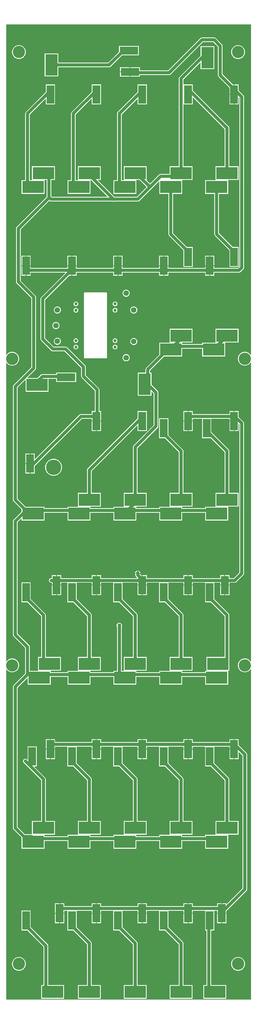
<source format=gtl>
%FSLAX44Y44*%
%MOMM*%
G71*
G01*
G75*
G04 Layer_Physical_Order=1*
G04 Layer_Color=255*
%ADD10R,6.0000X2.5000*%
%ADD11R,4.0000X6.9850*%
%ADD12R,2.5000X6.0000*%
%ADD13R,6.9850X4.0000*%
%ADD14C,1.0000*%
%ADD15C,0.2540*%
%ADD16C,5.0000*%
%ADD17C,1.0000*%
%ADD18C,1.8000*%
%ADD19C,4.0000*%
%ADD20C,1.2700*%
G36*
X810000Y2113045D02*
X808804Y2112617D01*
X806015Y2116015D01*
X802583Y2118832D01*
X798667Y2120925D01*
X794419Y2122214D01*
X790000Y2122649D01*
X785581Y2122214D01*
X781332Y2120925D01*
X777417Y2118832D01*
X773985Y2116015D01*
X771168Y2112583D01*
X769075Y2108667D01*
X767786Y2104419D01*
X767351Y2100000D01*
X767786Y2095581D01*
X769075Y2091333D01*
X771168Y2087417D01*
X773985Y2083985D01*
X777417Y2081168D01*
X781332Y2079075D01*
X785581Y2077786D01*
X790000Y2077351D01*
X794419Y2077786D01*
X798667Y2079075D01*
X802583Y2081168D01*
X806015Y2083985D01*
X808804Y2087383D01*
X810000Y2086955D01*
Y1113045D01*
X808804Y1112617D01*
X806015Y1116015D01*
X802583Y1118832D01*
X798667Y1120925D01*
X794419Y1122214D01*
X790000Y1122649D01*
X785581Y1122214D01*
X781332Y1120925D01*
X777417Y1118832D01*
X773985Y1116015D01*
X771168Y1112583D01*
X769075Y1108668D01*
X767786Y1104419D01*
X767351Y1100000D01*
X767786Y1095582D01*
X769075Y1091333D01*
X771168Y1087417D01*
X773985Y1083985D01*
X777417Y1081168D01*
X781332Y1079075D01*
X785581Y1077786D01*
X790000Y1077351D01*
X794419Y1077786D01*
X798667Y1079075D01*
X802583Y1081168D01*
X806015Y1083985D01*
X808804Y1087383D01*
X810000Y1086955D01*
Y10000D01*
X10000D01*
Y1086955D01*
X11196Y1087383D01*
X13985Y1083985D01*
X17417Y1081168D01*
X21332Y1079075D01*
X25581Y1077786D01*
X30000Y1077351D01*
X34418Y1077786D01*
X38667Y1079075D01*
X42583Y1081168D01*
X46015Y1083985D01*
X48832Y1087417D01*
X50925Y1091333D01*
X52214Y1095582D01*
X52649Y1100000D01*
X52214Y1104419D01*
X50925Y1108668D01*
X48832Y1112583D01*
X46015Y1116015D01*
X42583Y1118832D01*
X38667Y1120925D01*
X34418Y1122214D01*
X30000Y1122649D01*
X25581Y1122214D01*
X21332Y1120925D01*
X17417Y1118832D01*
X13985Y1116015D01*
X11196Y1112617D01*
X10000Y1113045D01*
Y2086955D01*
X11196Y2087383D01*
X13985Y2083985D01*
X17417Y2081168D01*
X21332Y2079075D01*
X25581Y2077786D01*
X30000Y2077351D01*
X34418Y2077786D01*
X38667Y2079075D01*
X42583Y2081168D01*
X46015Y2083985D01*
X48832Y2087417D01*
X50925Y2091333D01*
X52214Y2095581D01*
X52649Y2100000D01*
X52214Y2104419D01*
X50925Y2108667D01*
X48832Y2112583D01*
X46015Y2116015D01*
X42583Y2118832D01*
X38667Y2120925D01*
X34418Y2122214D01*
X30000Y2122649D01*
X25581Y2122214D01*
X21332Y2120925D01*
X17417Y2118832D01*
X13985Y2116015D01*
X11196Y2112617D01*
X10000Y2113045D01*
Y3190000D01*
X810000D01*
Y2113045D01*
D02*
G37*
%LPC*%
G36*
X303490Y1360510D02*
X289720D01*
Y1329240D01*
X303490D01*
Y1360510D01*
D02*
G37*
G36*
X189800D02*
X176030D01*
Y1329240D01*
X189800D01*
Y1360510D01*
D02*
G37*
G36*
X469800D02*
X456030D01*
Y1329240D01*
X469800D01*
Y1360510D01*
D02*
G37*
G36*
X453490D02*
X439720D01*
Y1329240D01*
X453490D01*
Y1360510D01*
D02*
G37*
G36*
X319800D02*
X306030D01*
Y1329240D01*
X319800D01*
Y1360510D01*
D02*
G37*
G36*
X619800Y825510D02*
X606030D01*
Y794240D01*
X619800D01*
Y825510D01*
D02*
G37*
G36*
X603490D02*
X589720D01*
Y794240D01*
X603490D01*
Y825510D01*
D02*
G37*
G36*
X469800D02*
X456030D01*
Y794240D01*
X469800D01*
Y825510D01*
D02*
G37*
G36*
X173490Y1360510D02*
X159720D01*
Y1329240D01*
X173490D01*
Y1360510D01*
D02*
G37*
G36*
X153490Y859320D02*
X139720D01*
Y828050D01*
X153490D01*
Y859320D01*
D02*
G37*
G36*
X753490Y825510D02*
X739720D01*
Y794240D01*
X753490D01*
Y825510D01*
D02*
G37*
G36*
X441270Y1408799D02*
Y1401270D01*
X448800D01*
X448661Y1402321D01*
X447765Y1404483D01*
X446340Y1406340D01*
X444483Y1407765D01*
X442321Y1408661D01*
X441270Y1408799D01*
D02*
G37*
G36*
X438730D02*
X437679Y1408661D01*
X435517Y1407765D01*
X433660Y1406340D01*
X432235Y1404483D01*
X431339Y1402321D01*
X431200Y1401270D01*
X438730D01*
Y1408799D01*
D02*
G37*
G36*
X165000Y1773625D02*
X160678Y1773285D01*
X156463Y1772273D01*
X152458Y1770614D01*
X148762Y1768349D01*
X145466Y1765534D01*
X142651Y1762238D01*
X140386Y1758542D01*
X138727Y1754537D01*
X137715Y1750322D01*
X137375Y1746000D01*
X137715Y1741678D01*
X138727Y1737463D01*
X140386Y1733458D01*
X142651Y1729762D01*
X145466Y1726466D01*
X148762Y1723651D01*
X152458Y1721386D01*
X156463Y1719727D01*
X160678Y1718715D01*
X165000Y1718375D01*
X169321Y1718715D01*
X173537Y1719727D01*
X177542Y1721386D01*
X181238Y1723651D01*
X184534Y1726466D01*
X187349Y1729762D01*
X189614Y1733458D01*
X191273Y1737463D01*
X192285Y1741678D01*
X192625Y1746000D01*
X192285Y1750322D01*
X191273Y1754537D01*
X189614Y1758542D01*
X187349Y1762238D01*
X184534Y1765534D01*
X181238Y1768349D01*
X177542Y1770614D01*
X173537Y1772273D01*
X169321Y1773285D01*
X165000Y1773625D01*
D02*
G37*
G36*
X86970Y1790760D02*
X73200D01*
Y1759490D01*
X86970D01*
Y1790760D01*
D02*
G37*
G36*
Y1756950D02*
X73200D01*
Y1725680D01*
X86970D01*
Y1756950D01*
D02*
G37*
G36*
X769800Y1929320D02*
X756030D01*
Y1896780D01*
Y1864240D01*
X769800D01*
Y1887106D01*
X770973Y1887592D01*
X772395Y1886170D01*
Y1402870D01*
X754150Y1384625D01*
X739800D01*
Y1394320D01*
X726030D01*
Y1363050D01*
X739800D01*
Y1369415D01*
X757300D01*
X759268Y1369674D01*
X759806Y1369897D01*
X761103Y1370434D01*
X762678Y1371642D01*
X785378Y1394342D01*
X786586Y1395918D01*
X787123Y1397214D01*
X787346Y1397752D01*
X787605Y1399720D01*
Y1889320D01*
X787346Y1891288D01*
X787123Y1891826D01*
X786586Y1893123D01*
X785378Y1894698D01*
X769800Y1910275D01*
Y1929320D01*
D02*
G37*
G36*
X619800Y1360510D02*
X606030D01*
Y1329240D01*
X619800D01*
Y1360510D01*
D02*
G37*
G36*
X603490D02*
X589720D01*
Y1329240D01*
X603490D01*
Y1360510D01*
D02*
G37*
G36*
X723490D02*
X709720D01*
Y1329240D01*
X723490D01*
Y1360510D01*
D02*
G37*
G36*
X173490Y1394320D02*
X159720D01*
Y1384625D01*
X157300D01*
X155332Y1384366D01*
X153497Y1383606D01*
X151922Y1382398D01*
X150714Y1380822D01*
X149954Y1378988D01*
X149695Y1377020D01*
X149954Y1375052D01*
X150714Y1373217D01*
X151922Y1371642D01*
X153497Y1370434D01*
X155332Y1369674D01*
X157300Y1369415D01*
X159720D01*
Y1363050D01*
X173490D01*
Y1394320D01*
D02*
G37*
G36*
X739800Y1360510D02*
X726030D01*
Y1329240D01*
X739800D01*
Y1360510D01*
D02*
G37*
G36*
X453490Y825510D02*
X439720D01*
Y794240D01*
X453490D01*
Y825510D01*
D02*
G37*
G36*
Y290510D02*
X439720D01*
Y259240D01*
X453490D01*
Y290510D01*
D02*
G37*
G36*
X319800D02*
X306030D01*
Y259240D01*
X319800D01*
Y290510D01*
D02*
G37*
G36*
X469800D02*
X456030D01*
Y259240D01*
X469800D01*
Y290510D01*
D02*
G37*
G36*
X619800D02*
X606030D01*
Y259240D01*
X619800D01*
Y290510D01*
D02*
G37*
G36*
X603490D02*
X589720D01*
Y259240D01*
X603490D01*
Y290510D01*
D02*
G37*
G36*
X303490D02*
X289720D01*
Y259240D01*
X303490D01*
Y290510D01*
D02*
G37*
G36*
X52000Y149149D02*
X47581Y148714D01*
X43333Y147425D01*
X39417Y145332D01*
X35985Y142515D01*
X33168Y139083D01*
X31075Y135167D01*
X29786Y130919D01*
X29351Y126500D01*
X29786Y122081D01*
X31075Y117833D01*
X33168Y113917D01*
X35985Y110485D01*
X39417Y107668D01*
X43333Y105575D01*
X47581Y104286D01*
X52000Y103851D01*
X56419Y104286D01*
X60667Y105575D01*
X64583Y107668D01*
X68015Y110485D01*
X70832Y113917D01*
X72925Y117833D01*
X74214Y122081D01*
X74649Y126500D01*
X74214Y130919D01*
X72925Y135167D01*
X70832Y139083D01*
X68015Y142515D01*
X64583Y145332D01*
X60667Y147425D01*
X56419Y148714D01*
X52000Y149149D01*
D02*
G37*
G36*
X90280Y300760D02*
X60200D01*
Y235680D01*
X79245D01*
X132395Y182530D01*
Y57780D01*
X124435D01*
Y26144D01*
X124295Y25080D01*
X124435Y24016D01*
Y12700D01*
X199365D01*
Y57780D01*
X147605D01*
Y185680D01*
X147346Y187648D01*
X147123Y188186D01*
X146586Y189483D01*
X145378Y191058D01*
X90280Y246155D01*
Y300760D01*
D02*
G37*
G36*
X768000Y149149D02*
X763581Y148714D01*
X759333Y147425D01*
X755417Y145332D01*
X751985Y142515D01*
X749168Y139083D01*
X747075Y135167D01*
X745786Y130919D01*
X745351Y126500D01*
X745786Y122081D01*
X747075Y117833D01*
X749168Y113917D01*
X751985Y110485D01*
X755417Y107668D01*
X759333Y105575D01*
X763581Y104286D01*
X768000Y103851D01*
X772419Y104286D01*
X776667Y105575D01*
X780583Y107668D01*
X784015Y110485D01*
X786832Y113917D01*
X788925Y117833D01*
X790214Y122081D01*
X790649Y126500D01*
X790214Y130919D01*
X788925Y135167D01*
X786832Y139083D01*
X784015Y142515D01*
X780583Y145332D01*
X776667Y147425D01*
X772419Y148714D01*
X768000Y149149D01*
D02*
G37*
G36*
X199800Y290510D02*
X186030D01*
Y259240D01*
X199800D01*
Y290510D01*
D02*
G37*
G36*
X183490D02*
X169720D01*
Y259240D01*
X183490D01*
Y290510D01*
D02*
G37*
G36*
X713490D02*
X699720D01*
Y259240D01*
X713490D01*
Y290510D01*
D02*
G37*
G36*
X153490Y825510D02*
X139720D01*
Y794240D01*
X153490D01*
Y825510D01*
D02*
G37*
G36*
X769800Y859320D02*
X756030D01*
Y826780D01*
Y794240D01*
X769800D01*
Y817105D01*
X770973Y817591D01*
X782395Y806170D01*
Y372870D01*
X730973Y321449D01*
X729800Y321935D01*
Y324320D01*
X716030D01*
Y293050D01*
X729800D01*
Y299894D01*
X729806Y299897D01*
X731103Y300434D01*
X732678Y301642D01*
X795378Y364342D01*
X796586Y365918D01*
X797123Y367215D01*
X797346Y367752D01*
X797605Y369720D01*
Y809320D01*
X797346Y811288D01*
X797123Y811826D01*
X796586Y813123D01*
X795378Y814698D01*
X769800Y840275D01*
Y859320D01*
D02*
G37*
G36*
X169800Y825510D02*
X156030D01*
Y794240D01*
X169800D01*
Y825510D01*
D02*
G37*
G36*
X319800D02*
X306030D01*
Y794240D01*
X319800D01*
Y825510D01*
D02*
G37*
G36*
X303490D02*
X289720D01*
Y794240D01*
X303490D01*
Y825510D01*
D02*
G37*
G36*
X713490Y324320D02*
X699720D01*
Y314625D01*
X619800D01*
Y324320D01*
X606030D01*
Y293050D01*
X619800D01*
Y299415D01*
X660200D01*
Y235680D01*
X665095D01*
Y57780D01*
X654435D01*
Y12700D01*
X729365D01*
Y57780D01*
X680305D01*
Y235680D01*
X690280D01*
Y299415D01*
X699720D01*
Y293050D01*
X713490D01*
Y324320D01*
D02*
G37*
G36*
X183490D02*
X169720D01*
Y293050D01*
X183490D01*
Y324320D01*
D02*
G37*
G36*
X729800Y290510D02*
X716030D01*
Y259240D01*
X729800D01*
Y290510D01*
D02*
G37*
G36*
X303490Y324320D02*
X289720D01*
Y314625D01*
X199800D01*
Y324320D01*
X186030D01*
Y293050D01*
X199800D01*
Y299415D01*
X210200D01*
Y235680D01*
X229245D01*
X274295Y190630D01*
Y57780D01*
X244435D01*
Y12700D01*
X319365D01*
Y57780D01*
X289505D01*
Y193780D01*
X289246Y195748D01*
X289023Y196286D01*
X288486Y197583D01*
X287278Y199158D01*
X240280Y246155D01*
Y299415D01*
X289720D01*
Y293050D01*
X303490D01*
Y324320D01*
D02*
G37*
G36*
X603490D02*
X589720D01*
Y314625D01*
X469800D01*
Y324320D01*
X456030D01*
Y293050D01*
X469800D01*
Y299415D01*
X510200D01*
Y235680D01*
X529245D01*
X574295Y190630D01*
Y57780D01*
X544435D01*
Y12700D01*
X619365D01*
Y57780D01*
X589505D01*
Y193780D01*
X589246Y195748D01*
X588801Y196823D01*
X588486Y197582D01*
X587278Y199158D01*
X540280Y246155D01*
Y299415D01*
X589720D01*
Y293050D01*
X603490D01*
Y324320D01*
D02*
G37*
G36*
X453490D02*
X439720D01*
Y314625D01*
X319800D01*
Y324320D01*
X306030D01*
Y293050D01*
X319800D01*
Y299415D01*
X360200D01*
Y235680D01*
X379245D01*
X424295Y190630D01*
Y57780D01*
X394435D01*
Y12700D01*
X469365D01*
Y57780D01*
X439505D01*
Y193780D01*
X439246Y195748D01*
X438801Y196823D01*
X438486Y197582D01*
X437278Y199158D01*
X390280Y246155D01*
Y299415D01*
X439720D01*
Y293050D01*
X453490D01*
Y324320D01*
D02*
G37*
G36*
X223970Y2435760D02*
X210200D01*
Y2404490D01*
X223970D01*
Y2435760D01*
D02*
G37*
G36*
X90280D02*
X76510D01*
Y2404490D01*
X90280D01*
Y2435760D01*
D02*
G37*
G36*
X240280D02*
X226510D01*
Y2404490D01*
X240280D01*
Y2435760D01*
D02*
G37*
G36*
X390280D02*
X376510D01*
Y2404490D01*
X390280D01*
Y2435760D01*
D02*
G37*
G36*
X373970D02*
X360200D01*
Y2404490D01*
X373970D01*
Y2435760D01*
D02*
G37*
G36*
X73970D02*
X60200D01*
Y2404490D01*
X73970D01*
Y2435760D01*
D02*
G37*
G36*
X373970Y2401950D02*
X360200D01*
Y2395585D01*
X240280D01*
Y2401950D01*
X226510D01*
Y2370680D01*
X240280D01*
Y2380375D01*
X360200D01*
Y2370680D01*
X373970D01*
Y2401950D01*
D02*
G37*
G36*
X223970D02*
X210200D01*
Y2395585D01*
X90280D01*
Y2401950D01*
X76510D01*
Y2370680D01*
X90280D01*
Y2380375D01*
X202680D01*
X203166Y2379202D01*
X124622Y2300658D01*
X123414Y2299082D01*
X122877Y2297785D01*
X122654Y2297248D01*
X122395Y2295280D01*
Y2164000D01*
X122654Y2162032D01*
X122877Y2161494D01*
X123414Y2160197D01*
X124622Y2158622D01*
X156947Y2126297D01*
X158523Y2125089D01*
X159819Y2124552D01*
X160357Y2124329D01*
X162325Y2124070D01*
X201175D01*
X255370Y2069875D01*
Y2043025D01*
X255629Y2041057D01*
X255852Y2040519D01*
X256389Y2039223D01*
X257597Y2037647D01*
X299695Y1995550D01*
Y1929320D01*
X289720D01*
Y1919625D01*
X254740D01*
X252772Y1919366D01*
X251697Y1918921D01*
X250938Y1918606D01*
X249362Y1917398D01*
X104453Y1772489D01*
X103280Y1772975D01*
Y1790760D01*
X89510D01*
Y1758220D01*
Y1725680D01*
X103280D01*
Y1749805D01*
X257890Y1904415D01*
X289720D01*
Y1898050D01*
X319800D01*
Y1929320D01*
X314905D01*
Y1998700D01*
X314646Y2000668D01*
X314266Y2001585D01*
X313886Y2002502D01*
X312678Y2004078D01*
X270580Y2046175D01*
Y2073025D01*
X270321Y2074993D01*
X269941Y2075910D01*
X269561Y2076828D01*
X268353Y2078403D01*
X209703Y2137053D01*
X208127Y2138261D01*
X206831Y2138798D01*
X206293Y2139021D01*
X204325Y2139280D01*
X165475D01*
X137605Y2167150D01*
Y2292130D01*
X216155Y2370680D01*
X223970D01*
Y2401950D01*
D02*
G37*
G36*
X523970D02*
X510200D01*
Y2395585D01*
X390280D01*
Y2401950D01*
X376510D01*
Y2370680D01*
X390280D01*
Y2380375D01*
X510200D01*
Y2370680D01*
X523970D01*
Y2401950D01*
D02*
G37*
G36*
X769800Y2994320D02*
X756030D01*
Y2961780D01*
Y2929240D01*
X769800D01*
Y2952105D01*
X770973Y2952592D01*
X772395Y2951170D01*
Y2400150D01*
X767830Y2395585D01*
X690280D01*
Y2401950D01*
X676510D01*
Y2370680D01*
X690280D01*
Y2380375D01*
X770980D01*
X772948Y2380634D01*
X773486Y2380857D01*
X774782Y2381394D01*
X776358Y2382602D01*
X785378Y2391622D01*
X786586Y2393197D01*
X786901Y2393957D01*
X787346Y2395032D01*
X787605Y2397000D01*
Y2954320D01*
X787346Y2956288D01*
X786901Y2957363D01*
X786586Y2958123D01*
X785378Y2959698D01*
X769800Y2975275D01*
Y2994320D01*
D02*
G37*
G36*
X673970Y2401950D02*
X660200D01*
Y2395585D01*
X540280D01*
Y2401950D01*
X526510D01*
Y2370680D01*
X540280D01*
Y2380375D01*
X660200D01*
Y2370680D01*
X673970D01*
Y2401950D01*
D02*
G37*
G36*
X523970Y2435760D02*
X510200D01*
Y2404490D01*
X523970D01*
Y2435760D01*
D02*
G37*
G36*
X690300Y3119365D02*
X645220D01*
Y3087813D01*
X644522Y3087278D01*
X576522Y3019278D01*
X575314Y3017703D01*
X574777Y3016406D01*
X574554Y3015868D01*
X574295Y3013900D01*
Y2727780D01*
X544435D01*
Y2702685D01*
X515080D01*
X513112Y2702426D01*
X512037Y2701981D01*
X511278Y2701666D01*
X509702Y2700457D01*
X480000Y2670755D01*
X468981Y2681774D01*
X469365Y2682700D01*
X469365D01*
X469365Y2682700D01*
Y2727780D01*
X394435D01*
Y2683198D01*
X394435Y2683198D01*
X394435D01*
X394435Y2682700D01*
X394035Y2682300D01*
X387605D01*
Y2896570D01*
X438547Y2947512D01*
X439720Y2947025D01*
Y2929240D01*
X469800D01*
Y2994320D01*
X439720D01*
Y2970195D01*
X374622Y2905098D01*
X373414Y2903523D01*
X372877Y2902226D01*
X372654Y2901689D01*
X372395Y2899720D01*
Y2682300D01*
X360635D01*
Y2637220D01*
X435565D01*
Y2681802D01*
X435565Y2681802D01*
X435565D01*
X435565Y2682300D01*
X435965Y2682700D01*
X446545D01*
X469245Y2660000D01*
X436850Y2627605D01*
X364130D01*
X310208Y2681527D01*
X310695Y2682700D01*
X319365D01*
Y2727780D01*
X244435D01*
Y2683198D01*
X244435Y2683198D01*
X244435D01*
X244435Y2682700D01*
X244035Y2682300D01*
X237605D01*
Y2896570D01*
X288547Y2947512D01*
X289720Y2947025D01*
Y2929240D01*
X319800D01*
Y2994320D01*
X289720D01*
Y2970195D01*
X224622Y2905098D01*
X223414Y2903523D01*
X222877Y2902226D01*
X222654Y2901689D01*
X222395Y2899720D01*
Y2682300D01*
X210635D01*
Y2637220D01*
X285565D01*
Y2681802D01*
X285565Y2681802D01*
X285565D01*
X285565Y2682300D01*
X285965Y2682700D01*
X287525D01*
X341446Y2628778D01*
X340960Y2627605D01*
X160150D01*
X157605Y2630150D01*
Y2682700D01*
X169365D01*
Y2727780D01*
X94435D01*
Y2683198D01*
X94435Y2683198D01*
X94435D01*
X94435Y2682700D01*
X94035Y2682300D01*
X87605D01*
Y2896570D01*
X138547Y2947512D01*
X139720Y2947025D01*
Y2929240D01*
X169800D01*
Y2994320D01*
X139720D01*
Y2970195D01*
X74622Y2905098D01*
X73414Y2903523D01*
X72877Y2902226D01*
X72654Y2901689D01*
X72395Y2899720D01*
Y2682300D01*
X60635D01*
Y2637220D01*
X135565D01*
Y2681802D01*
X135565Y2681802D01*
X135565D01*
X135565Y2682300D01*
X135965Y2682700D01*
X142395D01*
Y2628150D01*
X44622Y2530378D01*
X43414Y2528802D01*
X42877Y2527505D01*
X42654Y2526968D01*
X42395Y2525000D01*
Y2350743D01*
X42654Y2348775D01*
X42877Y2348237D01*
X43414Y2346940D01*
X44622Y2345365D01*
X92395Y2297593D01*
Y2072558D01*
X34622Y2014786D01*
X33414Y2013211D01*
X32877Y2011914D01*
X32654Y2011376D01*
X32395Y2009408D01*
Y1640000D01*
X32654Y1638032D01*
X32877Y1637494D01*
X33414Y1636198D01*
X34622Y1634622D01*
X60635Y1608610D01*
Y1601390D01*
X34622Y1575378D01*
X33414Y1573802D01*
X32877Y1572506D01*
X32654Y1571968D01*
X32395Y1570000D01*
Y1200000D01*
X32654Y1198032D01*
X32877Y1197495D01*
X33414Y1196198D01*
X34622Y1194622D01*
X72395Y1156850D01*
Y1073150D01*
X34622Y1035378D01*
X33414Y1033802D01*
X32877Y1032506D01*
X32654Y1031968D01*
X32395Y1030000D01*
Y570000D01*
X32654Y568032D01*
X32877Y567494D01*
X33414Y566198D01*
X34622Y564622D01*
X60635Y538610D01*
Y502220D01*
X135565D01*
Y527315D01*
X210635D01*
Y502220D01*
X285565D01*
Y527315D01*
X360635D01*
Y502220D01*
X435565D01*
Y527315D01*
X510635D01*
Y502220D01*
X585565D01*
Y527315D01*
X660635D01*
Y502220D01*
X735565D01*
Y546802D01*
X735565Y546802D01*
X735565D01*
X735565Y547300D01*
X735965Y547700D01*
X769365D01*
Y592780D01*
X739505D01*
Y728780D01*
X739246Y730748D01*
X738801Y731823D01*
X738486Y732582D01*
X737278Y734158D01*
X690280Y781155D01*
Y834415D01*
X739720D01*
Y828050D01*
X753490D01*
Y859320D01*
X739720D01*
Y849625D01*
X619800D01*
Y859320D01*
X606030D01*
Y828050D01*
X619800D01*
Y834415D01*
X660200D01*
Y770680D01*
X679245D01*
X724295Y725630D01*
Y592780D01*
X694435D01*
Y548198D01*
X694435Y548198D01*
X694435D01*
X694435Y547700D01*
X694035Y547300D01*
X660635D01*
Y542525D01*
X585565D01*
Y546802D01*
X585565Y546802D01*
X585565D01*
X585565Y547300D01*
X585965Y547700D01*
X619365D01*
Y592780D01*
X589505D01*
Y728780D01*
X589246Y730748D01*
X588801Y731823D01*
X588486Y732582D01*
X587278Y734158D01*
X540280Y781155D01*
Y834415D01*
X589720D01*
Y828050D01*
X603490D01*
Y859320D01*
X589720D01*
Y849625D01*
X469800D01*
Y859320D01*
X456030D01*
Y828050D01*
X469800D01*
Y834415D01*
X510200D01*
Y770680D01*
X529245D01*
X574295Y725630D01*
Y592780D01*
X544435D01*
Y548198D01*
X544435Y548198D01*
X544435D01*
X544435Y547700D01*
X544035Y547300D01*
X510635D01*
Y542525D01*
X435565D01*
Y546802D01*
X435565Y546802D01*
X435565D01*
X435565Y547300D01*
X435965Y547700D01*
X469365D01*
Y592780D01*
X439505D01*
Y728780D01*
X439246Y730748D01*
X438801Y731823D01*
X438486Y732582D01*
X437278Y734158D01*
X390280Y781155D01*
Y834415D01*
X439720D01*
Y828050D01*
X453490D01*
Y859320D01*
X439720D01*
Y849625D01*
X319800D01*
Y859320D01*
X306030D01*
Y828050D01*
X319800D01*
Y834415D01*
X360200D01*
Y770680D01*
X379245D01*
X424295Y725630D01*
Y592780D01*
X394435D01*
Y548198D01*
X394435Y548198D01*
X394435D01*
X394435Y547700D01*
X394035Y547300D01*
X360635D01*
Y542525D01*
X285565D01*
Y546802D01*
X285565Y546802D01*
X285565D01*
X285565Y547300D01*
X285965Y547700D01*
X319365D01*
Y592780D01*
X289505D01*
Y728780D01*
X289246Y730748D01*
X289023Y731286D01*
X288486Y732583D01*
X287278Y734158D01*
X240280Y781155D01*
Y834415D01*
X289720D01*
Y828050D01*
X303490D01*
Y859320D01*
X289720D01*
Y849625D01*
X169800D01*
Y859320D01*
X156030D01*
Y828050D01*
X169800D01*
Y834415D01*
X210200D01*
Y770680D01*
X229245D01*
X274295Y725630D01*
Y592780D01*
X244435D01*
Y548198D01*
X244435Y548198D01*
X244435D01*
X244435Y547700D01*
X244035Y547300D01*
X210635D01*
Y542525D01*
X135565D01*
Y547300D01*
D01*
Y547300D01*
X135965Y547700D01*
X169365D01*
Y592780D01*
X139505D01*
Y728780D01*
X139246Y730748D01*
X139023Y731286D01*
X138486Y732583D01*
X137278Y734158D01*
X101929Y769507D01*
X102415Y770680D01*
X110280D01*
Y835760D01*
X80200D01*
Y792895D01*
X79027Y792409D01*
X78078Y793358D01*
X76502Y794566D01*
X74668Y795326D01*
X72700Y795585D01*
X70732Y795326D01*
X68898Y794566D01*
X67322Y793358D01*
X66114Y791783D01*
X65354Y789948D01*
X65095Y787980D01*
X65354Y786012D01*
X66114Y784177D01*
X67322Y782602D01*
X124295Y725630D01*
Y592780D01*
X94435D01*
Y550156D01*
X93480Y549319D01*
X93165Y549360D01*
X71395D01*
X47605Y573150D01*
Y1026850D01*
X79462Y1058707D01*
X80635Y1058220D01*
Y1037220D01*
X155565D01*
Y1062315D01*
X210635D01*
Y1037220D01*
X285565D01*
Y1062315D01*
X360635D01*
Y1037220D01*
X435565D01*
Y1062315D01*
X510635D01*
Y1037220D01*
X585565D01*
Y1062315D01*
X660635D01*
Y1037220D01*
X735565D01*
Y1081802D01*
X735565Y1081802D01*
X735565D01*
X735565Y1082300D01*
X735965Y1082700D01*
X739365D01*
Y1094016D01*
X739505Y1095080D01*
Y1263780D01*
X739246Y1265748D01*
X738801Y1266823D01*
X738486Y1267582D01*
X737278Y1269158D01*
X690280Y1316155D01*
Y1369415D01*
X709720D01*
Y1363050D01*
X723490D01*
Y1394320D01*
X709720D01*
Y1384625D01*
X619800D01*
Y1394320D01*
X606030D01*
Y1363050D01*
X619800D01*
Y1369415D01*
X660200D01*
Y1305680D01*
X679245D01*
X724295Y1260630D01*
Y1127780D01*
X664435D01*
Y1083198D01*
X664435Y1083198D01*
X664435D01*
X664435Y1082700D01*
X664035Y1082300D01*
X660635D01*
Y1077525D01*
X585565D01*
Y1081802D01*
X585565Y1081802D01*
X585565D01*
X585565Y1082300D01*
X585965Y1082700D01*
X619365D01*
Y1127780D01*
X589505D01*
Y1263780D01*
X589246Y1265748D01*
X588801Y1266823D01*
X588486Y1267582D01*
X587278Y1269158D01*
X540280Y1316155D01*
Y1369415D01*
X589720D01*
Y1363050D01*
X603490D01*
Y1394320D01*
X589720D01*
Y1384625D01*
X469800D01*
Y1394320D01*
X456030D01*
Y1363050D01*
X469800D01*
Y1369415D01*
X510200D01*
Y1305680D01*
X529245D01*
X574295Y1260630D01*
Y1127780D01*
X544435D01*
Y1083198D01*
X544435Y1083198D01*
X544435D01*
X544435Y1082700D01*
X544035Y1082300D01*
X510635D01*
Y1077525D01*
X435565D01*
Y1081802D01*
X435565Y1081802D01*
X435565D01*
X435565Y1082300D01*
X435965Y1082700D01*
X469365D01*
Y1127780D01*
X439505D01*
Y1263780D01*
X439246Y1265748D01*
X438801Y1266823D01*
X438486Y1267582D01*
X437278Y1269158D01*
X390280Y1316155D01*
Y1369415D01*
X439720D01*
Y1363050D01*
X453490D01*
Y1394320D01*
X450755D01*
X448291Y1396785D01*
X448661Y1397679D01*
X448800Y1398730D01*
X431200D01*
X431339Y1397679D01*
X432235Y1395517D01*
X432395Y1395308D01*
Y1394320D01*
X432654Y1392352D01*
X432877Y1391814D01*
X433414Y1390517D01*
X434622Y1388942D01*
X437766Y1385798D01*
X437280Y1384625D01*
X319800D01*
Y1394320D01*
X306030D01*
Y1363050D01*
X319800D01*
Y1369415D01*
X360200D01*
Y1305680D01*
X379245D01*
X424295Y1260630D01*
Y1127780D01*
X394435D01*
Y1083198D01*
X394435Y1083198D01*
X394435D01*
X394435Y1082700D01*
X394035Y1082300D01*
X387605D01*
Y1225308D01*
X387765Y1225517D01*
X388661Y1227679D01*
X388967Y1230000D01*
X388661Y1232321D01*
X387765Y1234483D01*
X386340Y1236340D01*
X384483Y1237765D01*
X382321Y1238661D01*
X380000Y1238967D01*
X377679Y1238661D01*
X375517Y1237765D01*
X373660Y1236340D01*
X372235Y1234483D01*
X371339Y1232321D01*
X371033Y1230000D01*
X371339Y1227679D01*
X372235Y1225517D01*
X372395Y1225308D01*
Y1082300D01*
X360635D01*
Y1077525D01*
X285565D01*
Y1081802D01*
X285565Y1081802D01*
X285565D01*
X285565Y1082300D01*
X285965Y1082700D01*
X319365D01*
Y1127780D01*
X289505D01*
Y1263780D01*
X289246Y1265748D01*
X289023Y1266286D01*
X288486Y1267583D01*
X287278Y1269158D01*
X240280Y1316155D01*
Y1369415D01*
X289720D01*
Y1363050D01*
X303490D01*
Y1394320D01*
X289720D01*
Y1384625D01*
X189800D01*
Y1394320D01*
X176030D01*
Y1363050D01*
X189800D01*
Y1369415D01*
X210200D01*
Y1305680D01*
X229245D01*
X274295Y1260630D01*
Y1127780D01*
X244435D01*
Y1083198D01*
X244435Y1083198D01*
X244435D01*
X244435Y1082700D01*
X244035Y1082300D01*
X210635D01*
Y1077525D01*
X155565D01*
Y1081802D01*
X155565Y1081802D01*
X155565D01*
X155565Y1082300D01*
X155965Y1082700D01*
X189365D01*
Y1127780D01*
X139505D01*
Y1263780D01*
X139246Y1265748D01*
X139023Y1266286D01*
X138486Y1267583D01*
X137278Y1269158D01*
X90280Y1316155D01*
Y1370760D01*
X60200D01*
Y1305680D01*
X79245D01*
X124295Y1260630D01*
Y1127780D01*
X114435D01*
Y1083198D01*
X114435Y1083198D01*
X114435D01*
X114435Y1082700D01*
X114035Y1082300D01*
X87605D01*
Y1160000D01*
X87346Y1161968D01*
X87123Y1162506D01*
X86586Y1163802D01*
X85378Y1165378D01*
X47605Y1203150D01*
Y1566850D01*
X59462Y1578707D01*
X60635Y1578221D01*
Y1572220D01*
X135565D01*
Y1597315D01*
X210635D01*
Y1572220D01*
X285565D01*
Y1597315D01*
X360635D01*
Y1572220D01*
X435565D01*
Y1597315D01*
X510635D01*
Y1572220D01*
X585565D01*
Y1597315D01*
X660635D01*
Y1572220D01*
X735565D01*
Y1616802D01*
X735565Y1616802D01*
X735565D01*
X735565Y1617300D01*
X735965Y1617700D01*
X769365D01*
Y1662780D01*
X739505D01*
Y1798780D01*
X739246Y1800748D01*
X738801Y1801823D01*
X738486Y1802583D01*
X737278Y1804158D01*
X680280Y1861155D01*
Y1904415D01*
X739720D01*
Y1898050D01*
X753490D01*
Y1929320D01*
X739720D01*
Y1919625D01*
X619800D01*
Y1929320D01*
X606030D01*
Y1898050D01*
X619800D01*
Y1904415D01*
X650200D01*
Y1840680D01*
X679245D01*
X724295Y1795630D01*
Y1662780D01*
X694435D01*
Y1618198D01*
X694435Y1618198D01*
X694435D01*
X694435Y1617700D01*
X694035Y1617300D01*
X660635D01*
Y1612525D01*
X585565D01*
Y1616802D01*
X585565Y1616802D01*
X585565D01*
X585565Y1617300D01*
X585965Y1617700D01*
X619365D01*
Y1662780D01*
X589505D01*
Y1798780D01*
X589246Y1800748D01*
X588801Y1801823D01*
X588486Y1802583D01*
X587278Y1804158D01*
X540280Y1851155D01*
Y1905760D01*
X510200D01*
Y1840680D01*
X529245D01*
X574295Y1795630D01*
Y1662780D01*
X544435D01*
Y1618198D01*
X544435Y1618198D01*
X544435D01*
X544435Y1617700D01*
X544035Y1617300D01*
X510635D01*
Y1612525D01*
X435565D01*
Y1617300D01*
D01*
Y1617300D01*
X435965Y1617700D01*
X469365D01*
Y1662780D01*
X439505D01*
Y1808750D01*
X505378Y1874622D01*
X506586Y1876197D01*
X507123Y1877494D01*
X507346Y1878032D01*
X507605Y1880000D01*
Y1989820D01*
X507346Y1991788D01*
X506901Y1992863D01*
X506586Y1993623D01*
X505378Y1995198D01*
X485300Y2015275D01*
Y2054365D01*
X480525D01*
Y2061590D01*
X526155Y2107220D01*
X585565D01*
Y2132315D01*
X650635D01*
Y2107220D01*
X725565D01*
Y2152300D01*
D01*
Y2152300D01*
X725965Y2152700D01*
X769365D01*
Y2197780D01*
X694435D01*
Y2152700D01*
D01*
Y2152700D01*
X694035Y2152300D01*
X650635D01*
Y2147525D01*
X585565D01*
Y2152300D01*
D01*
Y2152300D01*
X585965Y2152700D01*
X619365D01*
Y2197780D01*
X544435D01*
Y2152700D01*
D01*
Y2152700D01*
X544035Y2152300D01*
X510635D01*
Y2113210D01*
X467542Y2070118D01*
X466334Y2068542D01*
X465797Y2067246D01*
X465574Y2066708D01*
X465315Y2064740D01*
Y2054365D01*
X440220D01*
Y1979435D01*
X485300D01*
Y1992106D01*
X486473Y1992592D01*
X492395Y1986670D01*
Y1883150D01*
X426522Y1817278D01*
X425314Y1815703D01*
X424777Y1814406D01*
X424554Y1813868D01*
X424295Y1811900D01*
Y1662780D01*
X394435D01*
Y1617700D01*
D01*
Y1617700D01*
X394035Y1617300D01*
X360635D01*
Y1612525D01*
X285565D01*
Y1616802D01*
X285565Y1616802D01*
X285565D01*
X285565Y1617300D01*
X285965Y1617700D01*
X319365D01*
Y1662780D01*
X289505D01*
Y1733470D01*
X438547Y1882511D01*
X439720Y1882025D01*
Y1864240D01*
X469800D01*
Y1929320D01*
X439720D01*
Y1905195D01*
X276522Y1741998D01*
X275314Y1740423D01*
X274777Y1739126D01*
X274554Y1738588D01*
X274295Y1736620D01*
Y1662780D01*
X244435D01*
Y1618198D01*
X244435Y1618198D01*
X244435D01*
X244435Y1617700D01*
X244035Y1617300D01*
X210635D01*
Y1612525D01*
X135565D01*
Y1617300D01*
X73455D01*
X47605Y1643150D01*
Y2006258D01*
X72462Y2031115D01*
X73635Y2030629D01*
Y1992220D01*
X148565D01*
Y2034695D01*
X173680D01*
Y2024720D01*
X238760D01*
Y2054800D01*
X173680D01*
Y2049905D01*
X128480D01*
X126512Y2049646D01*
X125595Y2049266D01*
X124677Y2048886D01*
X123102Y2047678D01*
X112725Y2037300D01*
X80306D01*
X79820Y2038473D01*
X105378Y2064030D01*
X106586Y2065606D01*
X106901Y2066365D01*
X107346Y2067440D01*
X107605Y2069408D01*
Y2300743D01*
X107346Y2302711D01*
X106901Y2303786D01*
X106586Y2304545D01*
X105378Y2306121D01*
X57605Y2353893D01*
Y2521850D01*
X151000Y2615245D01*
X151622Y2614622D01*
X153197Y2613414D01*
X154494Y2612877D01*
X155032Y2612654D01*
X157000Y2612395D01*
X358916D01*
X359522Y2612144D01*
X361490Y2611885D01*
X363458Y2612144D01*
X364064Y2612395D01*
X440000D01*
X440000D01*
D01*
X441968Y2612654D01*
X443802Y2613414D01*
X445378Y2614622D01*
X485378Y2654622D01*
X485378Y2654622D01*
X485378Y2654622D01*
X509462Y2678706D01*
X510635Y2678221D01*
Y2637220D01*
X540495D01*
Y2506220D01*
X540754Y2504252D01*
X540977Y2503714D01*
X541514Y2502417D01*
X542722Y2500842D01*
X589720Y2453845D01*
Y2399240D01*
X619800D01*
Y2464320D01*
X600755D01*
X555705Y2509370D01*
Y2637220D01*
X585565D01*
Y2682300D01*
D01*
Y2682300D01*
X585965Y2682700D01*
X619365D01*
Y2727780D01*
X589505D01*
Y2929025D01*
X589720Y2929240D01*
X590403Y2929240D01*
X590403Y2929240D01*
Y2929240D01*
X619800D01*
Y2952105D01*
X620973Y2952592D01*
X724295Y2849270D01*
Y2727780D01*
X694435D01*
Y2683198D01*
X694435Y2683198D01*
X694435D01*
X694435Y2682700D01*
X694035Y2682300D01*
X660635D01*
Y2637220D01*
X690495D01*
Y2506220D01*
X690754Y2504252D01*
X690977Y2503714D01*
X691514Y2502417D01*
X692722Y2500842D01*
X739720Y2453845D01*
Y2399240D01*
X769800D01*
Y2464320D01*
X750755D01*
X705705Y2509370D01*
Y2637220D01*
X735565D01*
Y2681802D01*
X735565Y2681802D01*
X735565D01*
X735565Y2682300D01*
X735965Y2682700D01*
X769365D01*
Y2727780D01*
X739505D01*
Y2852420D01*
X739246Y2854388D01*
X739023Y2854926D01*
X738486Y2856223D01*
X737278Y2857798D01*
X619800Y2975275D01*
Y2994320D01*
X590403D01*
X590403Y2994320D01*
Y2994320D01*
X589720Y2994320D01*
X589505Y2994535D01*
Y3010750D01*
X644047Y3065291D01*
X645220Y3064806D01*
Y3044435D01*
X690300D01*
Y3119365D01*
D02*
G37*
G36*
X413510Y3050280D02*
X382240D01*
Y3036510D01*
X413510D01*
Y3050280D01*
D02*
G37*
G36*
X443760Y3119800D02*
X378680D01*
Y3100755D01*
X343630Y3065705D01*
X180780D01*
Y3095565D01*
X135700D01*
Y3020635D01*
X180780D01*
Y3050495D01*
X346780D01*
X348748Y3050754D01*
X349286Y3050977D01*
X350583Y3051514D01*
X352158Y3052722D01*
X389155Y3089720D01*
X443760D01*
Y3119800D01*
D02*
G37*
G36*
X768000Y3122649D02*
X763581Y3122214D01*
X759333Y3120925D01*
X755417Y3118832D01*
X751985Y3116016D01*
X749168Y3112583D01*
X747075Y3108668D01*
X745786Y3104419D01*
X745351Y3100000D01*
X745786Y3095582D01*
X747075Y3091333D01*
X749168Y3087417D01*
X751985Y3083985D01*
X755417Y3081168D01*
X759333Y3079075D01*
X763581Y3077786D01*
X768000Y3077351D01*
X772419Y3077786D01*
X776667Y3079075D01*
X780583Y3081168D01*
X784015Y3083985D01*
X786832Y3087417D01*
X788925Y3091333D01*
X790214Y3095582D01*
X790649Y3100000D01*
X790214Y3104419D01*
X788925Y3108668D01*
X786832Y3112583D01*
X784015Y3116016D01*
X780583Y3118832D01*
X776667Y3120925D01*
X772419Y3122214D01*
X768000Y3122649D01*
D02*
G37*
G36*
X52000D02*
X47581Y3122214D01*
X43333Y3120925D01*
X39417Y3118832D01*
X35985Y3116016D01*
X33168Y3112583D01*
X31075Y3108668D01*
X29786Y3104419D01*
X29351Y3100000D01*
X29786Y3095582D01*
X31075Y3091333D01*
X33168Y3087417D01*
X35985Y3083985D01*
X39417Y3081168D01*
X43333Y3079075D01*
X47581Y3077786D01*
X52000Y3077351D01*
X56419Y3077786D01*
X60667Y3079075D01*
X64583Y3081168D01*
X68015Y3083985D01*
X70832Y3087417D01*
X72925Y3091333D01*
X74214Y3095582D01*
X74649Y3100000D01*
X74214Y3104419D01*
X72925Y3108668D01*
X70832Y3112583D01*
X68015Y3116016D01*
X64583Y3118832D01*
X60667Y3120925D01*
X56419Y3122214D01*
X52000Y3122649D01*
D02*
G37*
G36*
X413510Y3033970D02*
X382240D01*
Y3020200D01*
X413510D01*
Y3033970D01*
D02*
G37*
G36*
X673970Y2435760D02*
X660200D01*
Y2404490D01*
X673970D01*
Y2435760D01*
D02*
G37*
G36*
X540280D02*
X526510D01*
Y2404490D01*
X540280D01*
Y2435760D01*
D02*
G37*
G36*
X690280D02*
X676510D01*
Y2404490D01*
X690280D01*
Y2435760D01*
D02*
G37*
G36*
X690000Y3147605D02*
X650000D01*
X648032Y3147346D01*
X647272Y3147031D01*
X646198Y3146586D01*
X644622Y3145378D01*
X539550Y3040305D01*
X447320D01*
Y3050280D01*
X416050D01*
Y3035240D01*
Y3020200D01*
X447320D01*
Y3025095D01*
X542700D01*
X544668Y3025354D01*
X545206Y3025576D01*
X546502Y3026114D01*
X548078Y3027322D01*
X653150Y3132395D01*
X686850D01*
X702395Y3116850D01*
Y3024320D01*
X702654Y3022352D01*
X702877Y3021815D01*
X703414Y3020518D01*
X704622Y3018942D01*
X739720Y2983845D01*
Y2963050D01*
X753490D01*
Y2994320D01*
X750755D01*
X717605Y3027470D01*
Y3120000D01*
X717346Y3121968D01*
X717123Y3122505D01*
X716586Y3123802D01*
X715378Y3125378D01*
X695378Y3145378D01*
X693802Y3146586D01*
X692505Y3147123D01*
X691968Y3147346D01*
X690000Y3147605D01*
D02*
G37*
G36*
X753490Y2960510D02*
X739720D01*
Y2929240D01*
X753490D01*
Y2960510D01*
D02*
G37*
G36*
X337206Y2316404D02*
X267206D01*
X266215Y2316207D01*
X265375Y2315645D01*
X264813Y2314805D01*
X264616Y2313814D01*
Y2103814D01*
X264813Y2102823D01*
X265375Y2101983D01*
X266215Y2101421D01*
X267206Y2101224D01*
X337206D01*
X338197Y2101421D01*
X339037Y2101983D01*
X339599Y2102823D01*
X339796Y2103814D01*
Y2313814D01*
X339599Y2314805D01*
X339037Y2315645D01*
X338197Y2316207D01*
X337206Y2316404D01*
D02*
G37*
G36*
X402148Y2114901D02*
X399135Y2114504D01*
X396328Y2113341D01*
X393918Y2111491D01*
X392068Y2109081D01*
X390905Y2106273D01*
X390508Y2103261D01*
X390905Y2100248D01*
X392068Y2097441D01*
X393918Y2095031D01*
X396328Y2093181D01*
X399135Y2092018D01*
X402148Y2091621D01*
X405160Y2092018D01*
X407968Y2093181D01*
X410378Y2095031D01*
X412228Y2097441D01*
X413391Y2100248D01*
X413787Y2103261D01*
X413391Y2106273D01*
X412228Y2109081D01*
X410378Y2111491D01*
X407968Y2113341D01*
X405160Y2114504D01*
X402148Y2114901D01*
D02*
G37*
G36*
X238052Y2145738D02*
X236084Y2145479D01*
X234249Y2144719D01*
X232674Y2143510D01*
X231466Y2141935D01*
X230706Y2140101D01*
X230447Y2138133D01*
X230706Y2136165D01*
X231466Y2134330D01*
X232674Y2132755D01*
X234249Y2131547D01*
X236084Y2130787D01*
X238052Y2130528D01*
X240020Y2130787D01*
X241854Y2131547D01*
X243430Y2132755D01*
X244638Y2134330D01*
X245398Y2136165D01*
X245657Y2138133D01*
X245398Y2140101D01*
X244638Y2141935D01*
X243430Y2143510D01*
X241854Y2144719D01*
X240020Y2145479D01*
X238052Y2145738D01*
D02*
G37*
G36*
X427205Y2167637D02*
X424192Y2167241D01*
X421385Y2166078D01*
X418974Y2164228D01*
X417125Y2161818D01*
X415962Y2159010D01*
X415565Y2155998D01*
X415962Y2152985D01*
X417125Y2150178D01*
X418974Y2147767D01*
X421385Y2145918D01*
X424192Y2144755D01*
X427205Y2144358D01*
X430218Y2144755D01*
X433025Y2145918D01*
X435435Y2147767D01*
X437285Y2150178D01*
X438448Y2152985D01*
X438844Y2155998D01*
X438448Y2159010D01*
X437285Y2161818D01*
X435435Y2164228D01*
X433025Y2166078D01*
X430218Y2167241D01*
X427205Y2167637D01*
D02*
G37*
G36*
X366052Y2145738D02*
X364084Y2145479D01*
X362249Y2144719D01*
X360674Y2143510D01*
X359466Y2141935D01*
X358706Y2140101D01*
X358447Y2138133D01*
X358706Y2136165D01*
X359466Y2134330D01*
X360674Y2132755D01*
X362249Y2131547D01*
X364084Y2130787D01*
X366052Y2130528D01*
X368020Y2130787D01*
X369855Y2131547D01*
X371430Y2132755D01*
X372638Y2134330D01*
X373398Y2136165D01*
X373657Y2138133D01*
X373398Y2140101D01*
X372638Y2141935D01*
X371430Y2143510D01*
X369855Y2144719D01*
X368020Y2145479D01*
X366052Y2145738D01*
D02*
G37*
G36*
X603490Y1929320D02*
X589720D01*
Y1898050D01*
X603490D01*
Y1929320D01*
D02*
G37*
G36*
X319800Y1895510D02*
X306030D01*
Y1864240D01*
X319800D01*
Y1895510D01*
D02*
G37*
G36*
X303490D02*
X289720D01*
Y1864240D01*
X303490D01*
Y1895510D01*
D02*
G37*
G36*
X603490D02*
X589720D01*
Y1864240D01*
X603490D01*
Y1895510D01*
D02*
G37*
G36*
X753490D02*
X739720D01*
Y1864240D01*
X753490D01*
Y1895510D01*
D02*
G37*
G36*
X619800D02*
X606030D01*
Y1864240D01*
X619800D01*
Y1895510D01*
D02*
G37*
G36*
X177475Y2168546D02*
X174462Y2168150D01*
X171655Y2166987D01*
X169245Y2165137D01*
X167395Y2162727D01*
X166232Y2159919D01*
X165835Y2156907D01*
X166232Y2153894D01*
X167395Y2151087D01*
X169245Y2148677D01*
X171655Y2146827D01*
X174462Y2145664D01*
X177475Y2145267D01*
X180487Y2145664D01*
X183295Y2146827D01*
X185705Y2148677D01*
X187555Y2151087D01*
X188718Y2153894D01*
X189115Y2156907D01*
X188718Y2159919D01*
X187555Y2162727D01*
X185705Y2165137D01*
X183295Y2166987D01*
X180487Y2168150D01*
X177475Y2168546D01*
D02*
G37*
G36*
X238052Y2286390D02*
X236084Y2286131D01*
X234249Y2285371D01*
X232674Y2284162D01*
X231466Y2282587D01*
X230706Y2280753D01*
X230447Y2278785D01*
X230706Y2276817D01*
X231466Y2274982D01*
X232674Y2273407D01*
X234249Y2272199D01*
X236084Y2271439D01*
X238052Y2271180D01*
X240020Y2271439D01*
X241854Y2272199D01*
X243430Y2273407D01*
X244638Y2274982D01*
X245398Y2276817D01*
X245657Y2278785D01*
X245398Y2280753D01*
X244638Y2282587D01*
X243430Y2284162D01*
X241854Y2285371D01*
X240020Y2286131D01*
X238052Y2286390D01*
D02*
G37*
G36*
X366052Y2265738D02*
X364084Y2265479D01*
X362249Y2264719D01*
X360674Y2263510D01*
X359466Y2261935D01*
X358706Y2260101D01*
X358447Y2258133D01*
X358706Y2256165D01*
X359466Y2254330D01*
X360674Y2252755D01*
X362249Y2251547D01*
X364084Y2250787D01*
X366052Y2250528D01*
X368020Y2250787D01*
X369855Y2251547D01*
X371430Y2252755D01*
X372638Y2254330D01*
X373398Y2256165D01*
X373657Y2258133D01*
X373398Y2260101D01*
X372638Y2261935D01*
X371430Y2263510D01*
X369855Y2264719D01*
X368020Y2265479D01*
X366052Y2265738D01*
D02*
G37*
G36*
Y2286494D02*
X364084Y2286235D01*
X362249Y2285475D01*
X360674Y2284267D01*
X359466Y2282691D01*
X358706Y2280857D01*
X358447Y2278889D01*
X358706Y2276921D01*
X359466Y2275086D01*
X360674Y2273511D01*
X362249Y2272303D01*
X364084Y2271543D01*
X366052Y2271284D01*
X368020Y2271543D01*
X369855Y2272303D01*
X371430Y2273511D01*
X372638Y2275086D01*
X373398Y2276921D01*
X373657Y2278889D01*
X373398Y2280857D01*
X372638Y2282691D01*
X371430Y2284267D01*
X369855Y2285475D01*
X368020Y2286235D01*
X366052Y2286494D01*
D02*
G37*
G36*
X73970Y2401950D02*
X60200D01*
Y2370680D01*
X73970D01*
Y2401950D01*
D02*
G37*
G36*
X402148Y2325123D02*
X399135Y2324727D01*
X396328Y2323564D01*
X393918Y2321714D01*
X392068Y2319304D01*
X390905Y2316496D01*
X390508Y2313484D01*
X390905Y2310471D01*
X392068Y2307664D01*
X393918Y2305253D01*
X396328Y2303404D01*
X399135Y2302241D01*
X402148Y2301844D01*
X405160Y2302241D01*
X407968Y2303404D01*
X410378Y2305253D01*
X412228Y2307664D01*
X413391Y2310471D01*
X413787Y2313484D01*
X413391Y2316496D01*
X412228Y2319304D01*
X410378Y2321714D01*
X407968Y2323564D01*
X405160Y2324727D01*
X402148Y2325123D01*
D02*
G37*
G36*
X238052Y2265634D02*
X236084Y2265375D01*
X234249Y2264615D01*
X232674Y2263407D01*
X231466Y2261832D01*
X230706Y2259997D01*
X230447Y2258029D01*
X230706Y2256061D01*
X231466Y2254227D01*
X232674Y2252652D01*
X234249Y2251443D01*
X236084Y2250683D01*
X238052Y2250424D01*
X240020Y2250683D01*
X241854Y2251443D01*
X243430Y2252652D01*
X244638Y2254227D01*
X245398Y2256061D01*
X245657Y2258029D01*
X245398Y2259997D01*
X244638Y2261832D01*
X243430Y2263407D01*
X241854Y2264615D01*
X240020Y2265375D01*
X238052Y2265634D01*
D02*
G37*
G36*
X366052Y2166494D02*
X364084Y2166235D01*
X362249Y2165475D01*
X360674Y2164267D01*
X359466Y2162691D01*
X358706Y2160857D01*
X358447Y2158889D01*
X358706Y2156921D01*
X359466Y2155086D01*
X360674Y2153511D01*
X362249Y2152303D01*
X364084Y2151543D01*
X366052Y2151284D01*
X368020Y2151543D01*
X369855Y2152303D01*
X371430Y2153511D01*
X372638Y2155086D01*
X373398Y2156921D01*
X373657Y2158889D01*
X373398Y2160857D01*
X372638Y2162691D01*
X371430Y2164267D01*
X369855Y2165475D01*
X368020Y2166235D01*
X366052Y2166494D01*
D02*
G37*
G36*
X238052D02*
X236084Y2166235D01*
X234249Y2165475D01*
X232674Y2164267D01*
X231466Y2162691D01*
X230706Y2160857D01*
X230447Y2158889D01*
X230706Y2156921D01*
X231466Y2155086D01*
X232674Y2153511D01*
X234249Y2152303D01*
X236084Y2151543D01*
X238052Y2151284D01*
X240020Y2151543D01*
X241854Y2152303D01*
X243430Y2153511D01*
X244638Y2155086D01*
X245398Y2156921D01*
X245657Y2158889D01*
X245398Y2160857D01*
X244638Y2162691D01*
X243430Y2164267D01*
X241854Y2165475D01*
X240020Y2166235D01*
X238052Y2166494D01*
D02*
G37*
G36*
X172771Y2219768D02*
X169758Y2219371D01*
X166951Y2218208D01*
X164541Y2216358D01*
X162691Y2213948D01*
X161528Y2211140D01*
X161131Y2208128D01*
X161528Y2205116D01*
X162691Y2202308D01*
X164541Y2199898D01*
X166951Y2198048D01*
X169758Y2196885D01*
X172771Y2196488D01*
X175784Y2196885D01*
X178591Y2198048D01*
X181001Y2199898D01*
X182851Y2202308D01*
X184014Y2205116D01*
X184411Y2208128D01*
X184014Y2211140D01*
X182851Y2213948D01*
X181001Y2216358D01*
X178591Y2218208D01*
X175784Y2219371D01*
X172771Y2219768D01*
D02*
G37*
G36*
X427205Y2270641D02*
X424192Y2270244D01*
X421385Y2269081D01*
X418974Y2267231D01*
X417125Y2264821D01*
X415962Y2262014D01*
X415565Y2259001D01*
X415962Y2255988D01*
X417125Y2253181D01*
X418974Y2250771D01*
X421385Y2248921D01*
X424192Y2247758D01*
X427205Y2247361D01*
X430218Y2247758D01*
X433025Y2248921D01*
X435435Y2250771D01*
X437285Y2253181D01*
X438448Y2255988D01*
X438844Y2259001D01*
X438448Y2262014D01*
X437285Y2264821D01*
X435435Y2267231D01*
X433025Y2269081D01*
X430218Y2270244D01*
X427205Y2270641D01*
D02*
G37*
G36*
X177475Y2270546D02*
X174462Y2270150D01*
X171655Y2268987D01*
X169245Y2267137D01*
X167395Y2264727D01*
X166232Y2261919D01*
X165835Y2258907D01*
X166232Y2255894D01*
X167395Y2253087D01*
X169245Y2250676D01*
X171655Y2248827D01*
X174462Y2247664D01*
X177475Y2247267D01*
X180487Y2247664D01*
X183295Y2248827D01*
X185705Y2250676D01*
X187555Y2253087D01*
X188718Y2255894D01*
X189115Y2258907D01*
X188718Y2261919D01*
X187555Y2264727D01*
X185705Y2267137D01*
X183295Y2268987D01*
X180487Y2270150D01*
X177475Y2270546D01*
D02*
G37*
%LPD*%
D10*
X414780Y3035240D02*
D03*
X411220Y3104760D02*
D03*
X206220Y2039760D02*
D03*
D11*
X158240Y3058100D02*
D03*
X667760Y3081900D02*
D03*
X462760Y2016900D02*
D03*
D12*
X754760Y2961780D02*
D03*
X604760D02*
D03*
X454760D02*
D03*
X304760D02*
D03*
X154760D02*
D03*
X75240Y2403220D02*
D03*
X225240D02*
D03*
X375240D02*
D03*
X525240D02*
D03*
X675240D02*
D03*
X754760Y2431780D02*
D03*
X604760D02*
D03*
X525240Y1873220D02*
D03*
X665240D02*
D03*
X754760Y1896780D02*
D03*
X604760D02*
D03*
X454760D02*
D03*
X304760D02*
D03*
X88240Y1758220D02*
D03*
X75240Y1338220D02*
D03*
X225240D02*
D03*
X375240D02*
D03*
X525240D02*
D03*
X675240D02*
D03*
X724760Y1361780D02*
D03*
X604760D02*
D03*
X454760D02*
D03*
X304760D02*
D03*
X174760D02*
D03*
X95240Y803220D02*
D03*
X225240D02*
D03*
X375240D02*
D03*
X525240D02*
D03*
X675240D02*
D03*
X754760Y826780D02*
D03*
X604760D02*
D03*
X454760D02*
D03*
X304760D02*
D03*
X154760D02*
D03*
X75240Y268220D02*
D03*
X225240D02*
D03*
X375240D02*
D03*
X525240D02*
D03*
X675240D02*
D03*
X714760Y291780D02*
D03*
X604760D02*
D03*
X454760D02*
D03*
X304760D02*
D03*
X184760D02*
D03*
D13*
X731900Y2705240D02*
D03*
X581900D02*
D03*
X431900D02*
D03*
X281900D02*
D03*
X131900D02*
D03*
X98100Y2659760D02*
D03*
X248100D02*
D03*
X398100D02*
D03*
X548100D02*
D03*
X698100D02*
D03*
X731900Y2175240D02*
D03*
X581900D02*
D03*
X548100Y2129760D02*
D03*
X688100D02*
D03*
X731900Y1640240D02*
D03*
X581900D02*
D03*
X431900D02*
D03*
X281900D02*
D03*
X111100Y2014760D02*
D03*
X98100Y1594760D02*
D03*
X248100D02*
D03*
X398100D02*
D03*
X548100D02*
D03*
X698100D02*
D03*
X701900Y1105240D02*
D03*
X581900D02*
D03*
X431900D02*
D03*
X281900D02*
D03*
X151900D02*
D03*
X118100Y1059760D02*
D03*
X248100D02*
D03*
X398100D02*
D03*
X548100D02*
D03*
X698100D02*
D03*
X731900Y570240D02*
D03*
X581900D02*
D03*
X431900D02*
D03*
X281900D02*
D03*
X131900D02*
D03*
X98100Y524760D02*
D03*
X248100D02*
D03*
X398100D02*
D03*
X548100D02*
D03*
X698100D02*
D03*
X691900Y35240D02*
D03*
X581900D02*
D03*
X431900D02*
D03*
X281900D02*
D03*
X161900D02*
D03*
D14*
X79920Y1069920D02*
X80000Y1069840D01*
Y1160000D01*
X72700Y252980D02*
X140000Y185680D01*
Y33180D02*
Y185680D01*
X131900Y25080D02*
X140000Y33180D01*
X790000Y369720D02*
Y809320D01*
X672700Y54280D02*
Y252980D01*
X710000Y3024320D02*
X780000Y2954320D01*
X40000Y2009408D02*
X100000Y2069408D01*
X40000Y1640000D02*
Y2009408D01*
Y1640000D02*
X75080Y1604920D01*
X40000Y1570000D02*
X73020Y1603020D01*
X40000Y1200000D02*
Y1570000D01*
Y1200000D02*
X80000Y1160000D01*
X672700Y2387980D02*
X742020D01*
X670000Y250280D02*
X672700Y252980D01*
X440000Y1394320D02*
X457300Y1377020D01*
X440000Y1394320D02*
Y1400000D01*
X380000Y1080000D02*
Y1228100D01*
X710000Y3024320D02*
Y3120000D01*
X690000Y3140000D02*
X710000Y3120000D01*
X650000Y3140000D02*
X690000D01*
X100000Y2069408D02*
Y2300743D01*
X50000Y2350743D02*
X100000Y2300743D01*
X380000Y2669920D02*
Y2899720D01*
X457300Y2977020D01*
X80000Y2669920D02*
Y2899720D01*
X157300Y2977020D01*
X230000Y2899720D02*
X307300Y2977020D01*
X230000Y2679920D02*
Y2899720D01*
X542700Y3032700D02*
X650000Y3140000D01*
X430020Y3032700D02*
X542700D01*
X444920Y2695080D02*
X480000Y2660000D01*
X431900Y2695080D02*
X444920D01*
X440000Y2620000D02*
X515080Y2695080D01*
X581900D01*
X75080Y1604920D02*
X98100D01*
X500000Y1880000D02*
Y1989820D01*
X431900Y1811900D02*
X500000Y1880000D01*
X431900Y1630080D02*
Y1811900D01*
X472920Y2016900D02*
X500000Y1989820D01*
X757300Y1912020D02*
X780000Y1889320D01*
Y1399720D02*
Y1889320D01*
X757300Y1377020D02*
X780000Y1399720D01*
X73020Y1603020D02*
X98100D01*
X40000Y1030000D02*
X79920Y1069920D01*
X40000Y570000D02*
Y1030000D01*
Y570000D02*
X68245Y541755D01*
X93165D01*
X757300Y842020D02*
X790000Y809320D01*
X93165Y541755D02*
X100000Y534920D01*
X346780Y3058100D02*
X395980Y3107300D01*
X148080Y3058100D02*
X346780D01*
X607300Y2977020D02*
X731900Y2852420D01*
Y2695080D02*
Y2852420D01*
X289900Y2691080D02*
X361490Y2619490D01*
X698100Y2506220D02*
X757300Y2447020D01*
X698100Y2506220D02*
Y2669920D01*
X548100Y2506220D02*
X607300Y2447020D01*
X548100Y2506220D02*
Y2669920D01*
X222700Y2387980D02*
X672700D01*
X72700D02*
X222700D01*
X607300Y1912020D02*
X757300D01*
X556740Y2139920D02*
X698100D01*
X556740D02*
X581900Y2165080D01*
X548100Y2139920D02*
X556740D01*
X698100D02*
X723260Y2165080D01*
X472920Y2064740D02*
X548100Y2139920D01*
X472920Y2016900D02*
Y2064740D01*
X111100Y2024920D02*
X128480Y2042300D01*
X190980D01*
X406740Y1604920D02*
X431900Y1630080D01*
X100000Y1604920D02*
X406740D01*
X281900Y1736620D02*
X457300Y1912020D01*
X281900Y1630080D02*
Y1736620D01*
X254740Y1912020D02*
X307300D01*
X85700Y1742980D02*
X254740Y1912020D01*
X672680Y1858000D02*
X731900Y1798780D01*
Y1630080D02*
Y1798780D01*
X522700Y1857980D02*
X581900Y1798780D01*
Y1630080D02*
Y1798780D01*
X406740Y1604920D02*
X698100D01*
X457300Y1377020D02*
X757300D01*
X157300D02*
X457300D01*
X72700Y1322980D02*
X131900Y1263780D01*
Y1095080D02*
Y1263780D01*
X222700Y1322980D02*
X281900Y1263780D01*
Y1095080D02*
Y1263780D01*
X372700Y1322980D02*
X431900Y1263780D01*
Y1095080D02*
Y1263780D01*
X522700Y1322980D02*
X581900Y1263780D01*
Y1095080D02*
Y1263780D01*
X672700Y1322980D02*
X731900Y1263780D01*
Y1095080D02*
Y1263780D01*
X398100Y1069920D02*
X698100D01*
X98100D02*
X398100D01*
X157300Y842020D02*
X757300D01*
X672700Y787980D02*
X731900Y728780D01*
Y560080D02*
Y728780D01*
X522700Y787980D02*
X581900Y728780D01*
Y560080D02*
Y728780D01*
X372700Y787980D02*
X431900Y728780D01*
Y560080D02*
Y728780D01*
X222700Y787980D02*
X281900Y728780D01*
Y560080D02*
Y728780D01*
X72700Y787980D02*
X131900Y728780D01*
Y560080D02*
Y728780D01*
X100000Y534920D02*
X698100D01*
X522700Y252980D02*
X581900Y193780D01*
Y25080D02*
Y193780D01*
X372700Y252980D02*
X431900Y193780D01*
Y25080D02*
Y193780D01*
X222700Y252980D02*
X281900Y193780D01*
Y25080D02*
Y193780D01*
X130000Y2295280D02*
X222700Y2387980D01*
X188000Y307020D02*
X727300D01*
X790000Y369720D01*
X672700Y54280D02*
X701900Y25080D01*
X663000Y1858000D02*
X672680D01*
X581900Y2695080D02*
Y3013900D01*
X649900Y3081900D01*
X677920D01*
X50000Y2350743D02*
Y2525000D01*
X150000Y2625000D01*
Y2690000D01*
X151000Y2626000D02*
X157000Y2620000D01*
X440000D01*
X672700Y2387980D02*
X770980D01*
X780000Y2397000D01*
Y2954320D01*
X204325Y2131675D02*
X262975Y2073025D01*
X307300Y1912020D02*
Y1998700D01*
X262975Y2043025D02*
Y2073025D01*
Y2043025D02*
X307300Y1998700D01*
X130000Y2164000D02*
Y2295280D01*
Y2164000D02*
X162325Y2131675D01*
X204325D01*
D15*
X440000Y2620000D02*
X440000D01*
X472920Y2001020D02*
Y2016900D01*
X380000Y1080000D02*
X390080Y1069920D01*
X398100D01*
X607300Y1912020D02*
X610000Y1909320D01*
D16*
X165000Y1746000D02*
D03*
D17*
X238052Y2138133D02*
D03*
Y2258029D02*
D03*
X366052Y2138133D02*
D03*
Y2258133D02*
D03*
Y2278889D02*
D03*
Y2158889D02*
D03*
X238052Y2278785D02*
D03*
Y2158889D02*
D03*
D18*
X172771Y2208128D02*
D03*
X177475Y2258907D02*
D03*
X402148Y2313484D02*
D03*
X427205Y2259001D02*
D03*
Y2155998D02*
D03*
X402148Y2103261D02*
D03*
X177475Y2156907D02*
D03*
D19*
X30000Y1100000D02*
D03*
X52000Y126500D02*
D03*
X768000D02*
D03*
X790000Y1100000D02*
D03*
Y2100000D02*
D03*
X768000Y3100000D02*
D03*
X52000D02*
D03*
X30000Y2100000D02*
D03*
D20*
X440000Y1400000D02*
D03*
X380000Y1230000D02*
D03*
M02*

</source>
